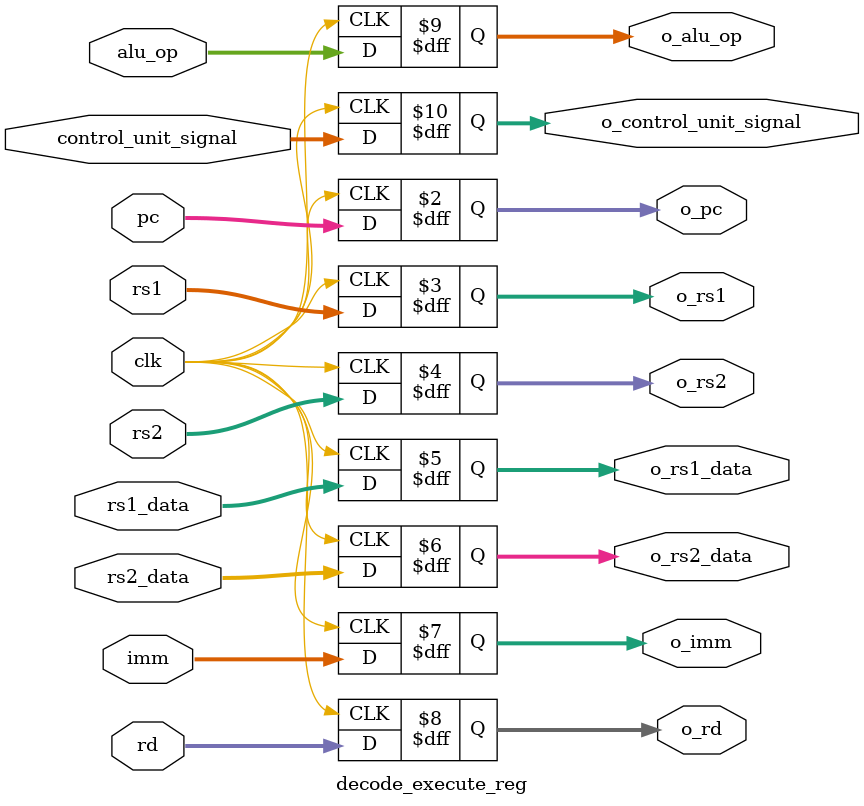
<source format=v>
module decode_execute_reg(
    input clk,
    input [31:0] pc,
    input [4:0] rs1,
    input [4:0] rs2,
    input [31:0] rs1_data,
    input [31:0] rs2_data,
    input [31:0] imm,
    input [4:0] rd,
    input [3:0] alu_op,
    input [7:0] control_unit_signal,
    output reg [31:0] o_pc,
    output reg [4:0] o_rs1,
    output reg [4:0] o_rs2,
    output reg [31:0] o_rs1_data,
    output reg [31:0] o_rs2_data,
    output reg [31:0] o_imm,
    output reg [4:0] o_rd,
    output reg [3:0] o_alu_op,
    output reg [7:0] o_control_unit_signal
);

always @ (posedge clk) begin

    o_pc = pc;
    o_rs1 = rs1;
    o_rs2 = rs2;
    o_rs1_data = rs1_data;
    o_rs2_data = rs2_data;
    o_imm = imm;
    o_rd = rd;
    o_alu_op = alu_op;
    o_control_unit_signal = control_unit_signal;

end

endmodule

</source>
